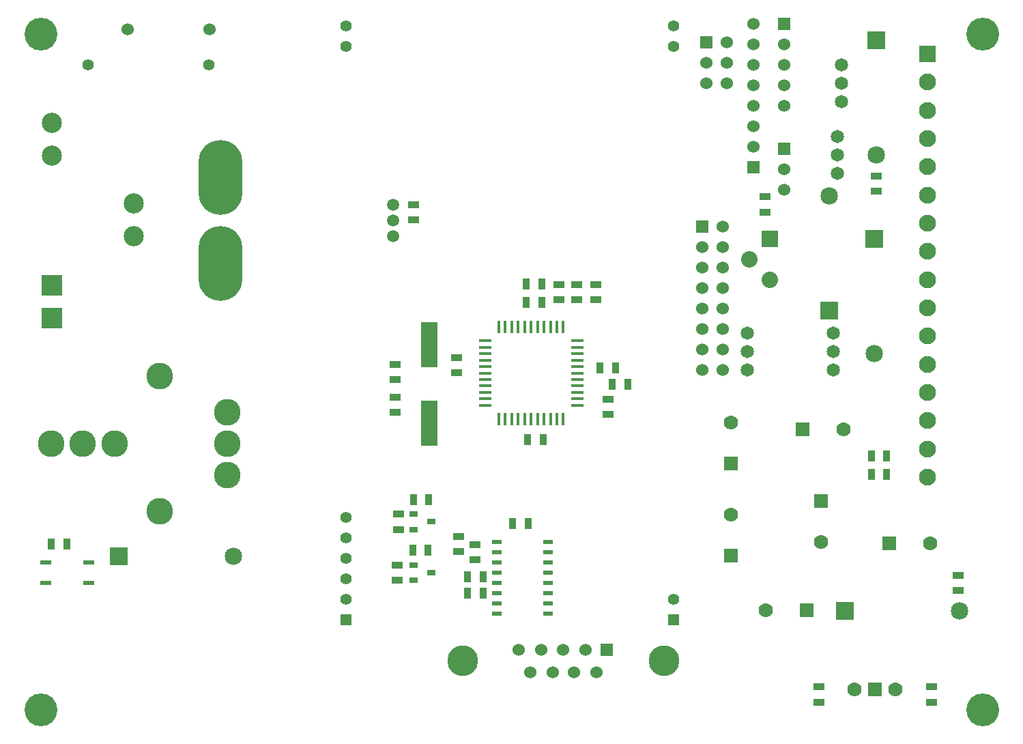
<source format=gts>
G04 (created by PCBNEW (2013-mar-13)-testing) date Sun 30 Jun 2013 11:26:14 PM EDT*
%MOIN*%
G04 Gerber Fmt 3.4, Leading zero omitted, Abs format*
%FSLAX34Y34*%
G01*
G70*
G90*
G04 APERTURE LIST*
%ADD10C,0.005906*%
%ADD11C,0.055000*%
%ADD12R,0.055000X0.055000*%
%ADD13R,0.060000X0.060000*%
%ADD14C,0.060000*%
%ADD15C,0.130500*%
%ADD16R,0.055000X0.035000*%
%ADD17R,0.035000X0.055000*%
%ADD18C,0.080300*%
%ADD19R,0.080300X0.080300*%
%ADD20C,0.065000*%
%ADD21C,0.059100*%
%ADD22O,0.212598X0.366142*%
%ADD23R,0.016000X0.060000*%
%ADD24R,0.060000X0.016000*%
%ADD25R,0.055100X0.023600*%
%ADD26R,0.045000X0.020000*%
%ADD27R,0.078740X0.078740*%
%ADD28C,0.082677*%
%ADD29C,0.150000*%
%ADD30R,0.082700X0.220500*%
%ADD31R,0.070000X0.070000*%
%ADD32C,0.070000*%
%ADD33C,0.085000*%
%ADD34R,0.085000X0.085000*%
%ADD35R,0.098425X0.098425*%
%ADD36C,0.098425*%
%ADD37R,0.039400X0.031500*%
%ADD38C,0.160000*%
G04 APERTURE END LIST*
G54D10*
G54D11*
X37400Y-34100D03*
G54D12*
X37400Y-35100D03*
X21400Y-35100D03*
G54D11*
X21400Y-34100D03*
X21400Y-33100D03*
X21400Y-32100D03*
X21400Y-31100D03*
X21400Y-30100D03*
X21400Y-7100D03*
X21400Y-6100D03*
X37400Y-7100D03*
X37400Y-6100D03*
G54D13*
X39000Y-6900D03*
G54D14*
X40000Y-6900D03*
X39000Y-7900D03*
X40000Y-7900D03*
X39000Y-8900D03*
X40000Y-8900D03*
G54D15*
X8559Y-26500D03*
X12300Y-23192D03*
X12300Y-29807D03*
X15607Y-26500D03*
X15607Y-24964D03*
X15607Y-28035D03*
X7024Y-26500D03*
X10095Y-26500D03*
G54D16*
X33600Y-19475D03*
X33600Y-18725D03*
X32675Y-18725D03*
X32675Y-19475D03*
X26805Y-22290D03*
X26805Y-23040D03*
X31800Y-18725D03*
X31800Y-19475D03*
G54D17*
X30225Y-18700D03*
X30975Y-18700D03*
X30225Y-19600D03*
X30975Y-19600D03*
G54D13*
X42800Y-12100D03*
G54D14*
X42800Y-13100D03*
X42800Y-14100D03*
G54D13*
X41300Y-13000D03*
G54D14*
X41300Y-12000D03*
X41300Y-11000D03*
X41300Y-10000D03*
X41300Y-9000D03*
X41300Y-8000D03*
X41300Y-7000D03*
X41300Y-6000D03*
G54D18*
X41100Y-17500D03*
G54D19*
X42100Y-16500D03*
G54D18*
X42100Y-18500D03*
G54D17*
X47075Y-27100D03*
X47825Y-27100D03*
G54D16*
X47300Y-13425D03*
X47300Y-14175D03*
G54D20*
X45200Y-22000D03*
X45200Y-22900D03*
X45200Y-21100D03*
X45400Y-12400D03*
X45400Y-13300D03*
X45400Y-11500D03*
X45600Y-8900D03*
X45600Y-9800D03*
X45600Y-8000D03*
X41000Y-22000D03*
X41000Y-22900D03*
X41000Y-21100D03*
G54D13*
X38800Y-15900D03*
G54D14*
X39800Y-15900D03*
X38800Y-16900D03*
X39800Y-16900D03*
X38800Y-17900D03*
X39800Y-17900D03*
X38800Y-18900D03*
X39800Y-18900D03*
X38800Y-19900D03*
X39800Y-19900D03*
X38800Y-20900D03*
X39800Y-20900D03*
X38800Y-21900D03*
X39800Y-21900D03*
X38800Y-22900D03*
X39800Y-22900D03*
G54D13*
X42800Y-6000D03*
G54D14*
X42800Y-7000D03*
X42800Y-8000D03*
X42800Y-9000D03*
X42800Y-10000D03*
G54D21*
X23713Y-15600D03*
X23713Y-16352D03*
X23713Y-14848D03*
G54D22*
X15287Y-17686D03*
X15287Y-13513D03*
G54D23*
X30450Y-20800D03*
X30135Y-20800D03*
X29820Y-20800D03*
X29505Y-20800D03*
X29190Y-20800D03*
X28875Y-20800D03*
X30765Y-20800D03*
X31080Y-20800D03*
X31395Y-20800D03*
X31710Y-20800D03*
X32025Y-20800D03*
X30450Y-25300D03*
X30135Y-25300D03*
X29820Y-25300D03*
X29505Y-25300D03*
X29190Y-25300D03*
X28875Y-25300D03*
X30765Y-25300D03*
X31080Y-25300D03*
X31395Y-25300D03*
X31710Y-25300D03*
X32025Y-25300D03*
G54D24*
X28200Y-23050D03*
X32700Y-23050D03*
X28200Y-23365D03*
X32700Y-23365D03*
X32700Y-23680D03*
X28200Y-23680D03*
X28200Y-23995D03*
X32700Y-23995D03*
X32700Y-24310D03*
X28200Y-24310D03*
X28200Y-24625D03*
X32700Y-24625D03*
X32700Y-22735D03*
X28200Y-22735D03*
X28200Y-22420D03*
X32700Y-22420D03*
X32700Y-22105D03*
X28200Y-22105D03*
X28200Y-21790D03*
X32700Y-21790D03*
X32700Y-21475D03*
X28200Y-21475D03*
G54D25*
X6750Y-32300D03*
X6750Y-33300D03*
X8850Y-32300D03*
X8850Y-33300D03*
G54D26*
X31270Y-31305D03*
X31270Y-32305D03*
X31270Y-32805D03*
X31270Y-33305D03*
X31270Y-33805D03*
X31270Y-34305D03*
X31270Y-34805D03*
X28770Y-34805D03*
X28770Y-34305D03*
X28770Y-33805D03*
X28770Y-33305D03*
X28770Y-32805D03*
X28770Y-32305D03*
X28770Y-31805D03*
X28770Y-31305D03*
X31270Y-31805D03*
G54D17*
X35175Y-23600D03*
X34425Y-23600D03*
X7025Y-31400D03*
X7775Y-31400D03*
G54D16*
X26920Y-31780D03*
X26920Y-31030D03*
G54D17*
X30295Y-30405D03*
X29545Y-30405D03*
G54D16*
X27720Y-31430D03*
X27720Y-32180D03*
G54D17*
X27345Y-33005D03*
X28095Y-33005D03*
X27345Y-33805D03*
X28095Y-33805D03*
X47075Y-28000D03*
X47825Y-28000D03*
X34575Y-22800D03*
X33825Y-22800D03*
G54D16*
X23800Y-22625D03*
X23800Y-23375D03*
X23800Y-24225D03*
X23800Y-24975D03*
X41875Y-15190D03*
X41875Y-14440D03*
G54D27*
X49800Y-7465D03*
G54D28*
X49800Y-8843D03*
X49800Y-10221D03*
X49800Y-11599D03*
X49800Y-12977D03*
X49800Y-14355D03*
X49800Y-15733D03*
X49800Y-17111D03*
X49800Y-18488D03*
X49800Y-19866D03*
X49800Y-21244D03*
X49800Y-22622D03*
X49800Y-24000D03*
X49800Y-25378D03*
X49800Y-26756D03*
X49800Y-28134D03*
G54D29*
X27100Y-37100D03*
X36950Y-37100D03*
G54D13*
X34150Y-36550D03*
G54D14*
X33100Y-36550D03*
X32000Y-36550D03*
X30950Y-36550D03*
X29850Y-36550D03*
X33650Y-37650D03*
X32550Y-37650D03*
X31500Y-37650D03*
X30400Y-37650D03*
G54D30*
X25470Y-21681D03*
X25470Y-25499D03*
G54D31*
X40200Y-31980D03*
G54D32*
X40200Y-29980D03*
G54D31*
X43920Y-34620D03*
G54D32*
X41920Y-34620D03*
G54D31*
X40200Y-27480D03*
G54D32*
X40200Y-25480D03*
G54D31*
X43700Y-25800D03*
G54D32*
X45700Y-25800D03*
G54D31*
X47950Y-31350D03*
G54D32*
X49950Y-31350D03*
G54D31*
X44600Y-29300D03*
G54D32*
X44600Y-31300D03*
G54D17*
X30280Y-26310D03*
X31030Y-26310D03*
G54D33*
X51380Y-34680D03*
G54D34*
X45780Y-34680D03*
G54D33*
X15900Y-32000D03*
G54D34*
X10300Y-32000D03*
G54D33*
X47200Y-22100D03*
G54D34*
X47200Y-16500D03*
G54D33*
X45000Y-14400D03*
G54D34*
X45000Y-20000D03*
G54D33*
X47300Y-12400D03*
G54D34*
X47300Y-6800D03*
G54D11*
X8797Y-8000D03*
X14702Y-8000D03*
G54D14*
X14750Y-6250D03*
X10750Y-6250D03*
G54D35*
X7050Y-20359D03*
X7050Y-18777D03*
G54D36*
X11050Y-16359D03*
X11050Y-14777D03*
X7050Y-12422D03*
X7050Y-10840D03*
G54D16*
X50000Y-39125D03*
X50000Y-38375D03*
X44500Y-39125D03*
X44500Y-38375D03*
G54D32*
X48250Y-38500D03*
G54D31*
X47250Y-38500D03*
G54D32*
X46250Y-38500D03*
G54D16*
X34200Y-24325D03*
X34200Y-25075D03*
X24700Y-15575D03*
X24700Y-14825D03*
G54D37*
X25583Y-30310D03*
X24717Y-30685D03*
X24717Y-29935D03*
X25583Y-32800D03*
X24717Y-33175D03*
X24717Y-32425D03*
G54D16*
X23965Y-30685D03*
X23965Y-29935D03*
G54D17*
X25450Y-29245D03*
X24700Y-29245D03*
G54D16*
X23920Y-33175D03*
X23920Y-32425D03*
G54D17*
X25420Y-31705D03*
X24670Y-31705D03*
G54D16*
X51300Y-32925D03*
X51300Y-33675D03*
G54D38*
X6500Y-6500D03*
X52500Y-6500D03*
X52500Y-39500D03*
X6500Y-39500D03*
M02*

</source>
